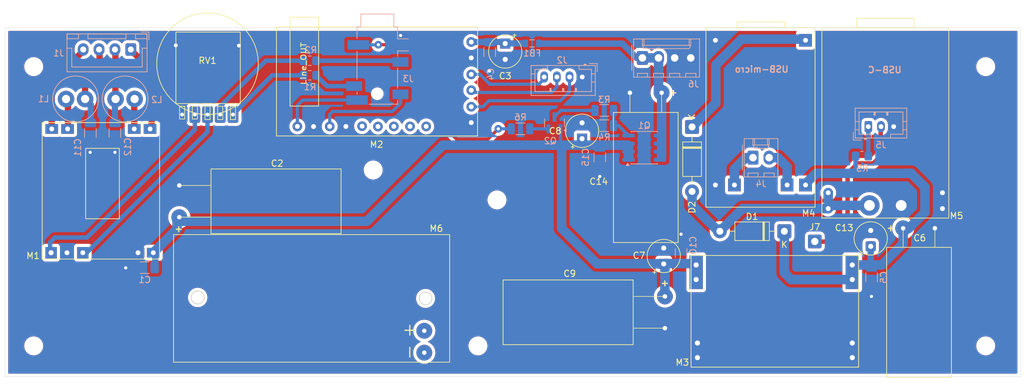
<source format=kicad_pcb>
(kicad_pcb (version 20241229) (generator "pcbnew") (generator_version "9.0")
  (layers (0 "F.Cu" signal) (2 "B.Cu" signal) (13 "F.Paste" user) (15 "B.Paste" user) (5 "F.SilkS" user "F.Silkscreen") (7 "B.SilkS" user "B.Silkscreen") (1 "F.Mask" user) (3 "B.Mask" user) (25 "Edge.Cuts" user))
  (net 0 "")
  (net 1 "+5V")
  (net 2 "GND")
  (net 3 "Net-(J1-Pin_1)")
  (net 4 "+USB_C")
  (net 5 "Net-(J1-Pin_2)")
  (net 6 "Net-(J1-Pin_3)")
  (net 7 "Net-(J2-Pin_3)")
  (net 8 "Net-(J2-Pin_4)")
  (net 9 "Net-(J2-Pin_2)")
  (net 10 "Net-(J4-Pin_2)")
  (net 11 "Net-(J4-Pin_1)")
  (net 12 "Net-(M1-R_in)")
  (net 13 "Net-(M1-L_in)")
  (net 14 "Net-(M2-Lout)")
  (net 18 "Net-(M2-Rout)")
  (net 21 "BATT+CHARGER")
  (net 22 "+5VA")
  (net 23 "Net-(Q1-G)")
  (net 24 "Net-(M1-L_OUT+)")
  (net 25 "Net-(M1-R_OUT+)")
  (net 26 "Net-(J3-PadT1)")
  (net 27 "Net-(J3-PadS1)")
  (net 28 "Net-(J1-Pin_4)")
  (net 29 "/ENABLE")
  (net 30 "/BAT_OUT+")
  (net 31 "Net-(RV1-L_input)")
  (net 32 "Net-(RV1-R_input)")
  (net 33 "Net-(J5-Pin_1)")
  (net 34 "Net-(M2-Vin)")
  (net 35 "Net-(J3-PadG)")
  (net 36 "Net-(Q2-B)")
  (net 37 "Net-(Q2-C)")
  (footprint "Moduły:TC4056A_Mosfet" (layer "F.Cu") (at 194.5125 89.15)
    (property "Reference" "M4" (at 7.5875 15.95 0) (layer "F.SilkS"))
    (property "Value" "~")
    (fp_text user "USB-micro" (at 0.1875 -6.15 0) (layer "B.SilkS") (effects (font (thickness 0.2) (bold yes)) (justify bottom mirror)))
    (pad "1" thru_hole rect (at -7.1 -11.3) (size 2 2) (drill 0.762) (layers "*.Cu" "*.Mask") (net 2 "GND"))
    (pad "2" thru_hole rect (at 7.1 -11.3) (size 2 2) (drill 0.762) (layers "*.Cu" "*.Mask") (net 21 "BATT+CHARGER"))
    (pad "3" thru_hole rect (at -7.1 11.5) (size 2 2) (drill 0.762) (layers "*.Cu" "*.Mask") (net 2 "GND"))
    (pad "4" thru_hole rect (at -4.1 11.5) (size 2 2) (drill 0.762) (layers "*.Cu" "*.Mask") (net 11 "Net-(J4-Pin_1)"))
    (pad "5" thru_hole rect (at 4.2 11.5) (size 2 2) (drill 0.762) (layers "*.Cu" "*.Mask") (net 10 "Net-(J4-Pin_2)"))
    (pad "6" thru_hole rect (at 7.1 11.5) (size 2 2) (drill 0.762) (layers "*.Cu" "*.Mask") (net 30 "/BAT_OUT+"))
  )
  (footprint "Moduły:Wskaznik_LED_1S_Lipo" (layer "F.Cu") (at 125.1425 118.37 -90)
    (property "Reference" "M6" (at -10.87 -18.2975 0) (layer "F.SilkS"))
    (property "Value" "~")
    (fp_circle (center 0 19.3) (end 1 19.55) (stroke (width 0.12)) (fill no) (layer "Edge.Cuts"))
    (fp_circle (center 0.15 -16.6) (end 1.15 -16.55) (stroke (width 0.12)) (fill no) (layer "Edge.Cuts"))
    (fp_text user "-" (at 7.25 -13.1 270) (layer "F.SilkS") (effects (font (size 2 2) (thickness 0.2) (bold yes)) (justify left bottom)))
    (fp_text user "+" (at 3.8 -13.1 270) (layer "F.SilkS") (effects (font (size 2 2) (thickness 0.2) (bold yes)) (justify left bottom)))
    (pad "1" thru_hole circle (at 5.25 -16.4 270) (size 2.5 2.5) (drill 0.7) (layers "*.Cu" "*.Mask") (net 10 "Net-(J4-Pin_2)"))
    (pad "2" thru_hole circle (at 8.7 -16.4 270) (size 2.5 2.5) (drill 0.7) (layers "*.Cu" "*.Mask") (net 11 "Net-(J4-Pin_1)"))
  )
  (footprint "Moduły:PAM8403_Audio_2x3W_" (layer "F.Cu") (at 90.7425 100.97)
    (property "Reference" "M1" (at -10.8425 10.83 0) (layer "F.SilkS"))
    (property "Value" "~")
    (pad "1" thru_hole rect (at -8 10.35) (size 1.8 1.8) (drill 0.8) (layers "*.Cu" "*.Mask") (net 13 "Net-(M1-L_in)"))
    (pad "2" thru_hole rect (at -5.5 10.35) (size 1.8 1.8) (drill 0.762) (layers "*.Cu" "*.Mask") (net 2 "GND"))
    (pad "3" thru_hole rect (at -3 10.35) (size 1.8 1.8) (drill 0.762) (layers "*.Cu" "*.Mask") (net 12 "Net-(M1-R_in)"))
    (pad "4" thru_hole rect (at 8.1 10.35) (size 2 1.524) (drill 0.762) (layers "*.Cu" "*.Mask") (net 1 "+5V"))
    (pad "5" thru_hole rect (at 5.7 10.35) (size 2 1.524) (drill 0.762) (layers "*.Cu" "*.Mask") (net 2 "GND"))
    (pad "6" thru_hole rect (at -7.9 -9.15) (size 2 1.524) (drill 0.762) (layers "*.Cu" "*.Mask") (net 28 "Net-(J1-Pin_4)"))
    (pad "7" thru_hole rect (at -5.4 -9.15) (size 2 1.524) (drill 0.762) (layers "*.Cu" "*.Mask") (net 24 "Net-(M1-L_OUT+)"))
    (pad "8" thru_hole rect (at 5.1 -9.15) (size 2 1.524) (drill 0.762) (layers "*.Cu" "*.Mask") (net 25 "Net-(M1-R_OUT+)"))
    (pad "9" thru_hole rect (at 7.6 -9.15) (size 2 1.524) (drill 0.762) (layers "*.Cu" "*.Mask") (net 3 "Net-(J1-Pin_1)"))
  )
  (footprint "MountingHole:MountingHole_2.5mm" (layer "F.Cu") (at 133.49138 98.286205)
    (property "Reference" "H4" (hide yes))
    (property "Value" "MountingHole" (hide yes))
    (pad "" np_thru_hole circle (at 0 0) (size 2.5 2.5) (drill 2.5) (layers "*.Cu" "*.Mask"))
  )
  (footprint "Kondensatory_elektrolityczne:2200u_6.3V" (layer "F.Cu") (at 176.4425 100.02 180)
    (property "Reference" "C14" (at 7.4225 -0.08 0) (layer "F.SilkS"))
    (property "Value" "2200u/6.3V")
    (fp_text user "+" (at -5.1 14.4 180) (layer "F.SilkS") (effects (font (thickness 0.2) (bold yes)) (justify left bottom)))
    (pad "1" thru_hole circle (at -2.5 13.9 180) (size 2.5 2.5) (drill 0.7) (layers "*.Cu" "*.Mask") (net 22 "+5VA"))
    (pad "2" thru_hole circle (at 2.5 13.9 180) (size 2.5 2.5) (drill 0.7) (layers "*.Cu" "*.Mask") (net 2 "GND"))
  )
  (footprint "MountingHole:MountingHole_2.5mm" (layer "F.Cu") (at 80 126)
    (property "Reference" "H1" (hide yes))
    (property "Value" "MountingHole" (hide yes))
    (pad "" np_thru_hole circle (at 0 0) (size 2.5 2.5) (drill 2.5) (layers "*.Cu" "*.Mask"))
  )
  (footprint "Kondensatory_elektrolityczne:2200u_6.3V" (layer "F.Cu") (at 118.7375 103.22 -90)
    (property "Reference" "C2" (at -5.97 0.375 0) (layer "F.SilkS"))
    (property "Value" "2200u/6.3V")
    (fp_text user "+" (at 3.65 16.4 270) (layer "F.SilkS") (effects (font (thickness 0.2) (bold yes)) (justify left bottom)))
    (pad "1" thru_hole circle (at 2.5 15.8 270) (size 2.5 2.5) (drill 0.7) (layers "*.Cu" "*.Mask") (net 1 "+5V"))
    (pad "2" thru_hole circle (at -2.5 15.8 270) (size 2.5 2.5) (drill 0.7) (layers "*.Cu" "*.Mask") (net 2 "GND"))
  )
  (footprint "MountingHole:MountingHole_2.5mm" (layer "F.Cu") (at 150 126)
    (property "Reference" "H7" (hide yes))
    (property "Value" "MountingHole" (hide yes))
    (pad "" np_thru_hole circle (at 0 0) (size 2.5 2.5) (drill 2.5) (layers "*.Cu" "*.Mask"))
  )
  (footprint "Moduły:USB_C_PD_QC_Power_SupplyUSB_C_PS" (layer "F.Cu") (at 214.1825 90.87)
    (property "Reference" "M5" (at 11.2175 14.63 0) (layer "F.SilkS"))
    (property "Value" "~")
    (fp_text user "USB-C" (at -0.0825 -7.77 0) (layer "B.SilkS") (effects (font (thickness 0.2) (bold yes)) (justify bottom mirror)))
    (pad "1" thru_hole circle (at -9 11) (size 1.524 1.524) (drill 0.762) (layers "*.Cu" "*.Mask") (net 4 "+USB_C"))
    (pad "1" thru_hole circle (at -9 13.5) (size 1.524 1.524) (drill 0.762) (layers "*.Cu" "*.Mask") (net 4 "+USB_C"))
    (pad "1" thru_hole circle (at -2.5 13) (size 3.2 3.2) (drill 1.7) (layers "*.Cu" "*.Mask") (net 4 "+USB_C"))
    (pad "2" thru_hole circle (at 2.5 13) (size 3.2 3.2) (drill 1.7) (layers "*.Cu" "*.Mask") (net 2 "GND"))
    (pad "2" thru_hole circle (at 9 11) (size 1.524 1.524) (drill 0.762) (layers "*.Cu" "*.Mask") (net 2 "GND"))
    (pad "2" thru_hole circle (at 9 13.5) (size 1.524 1.524) (drill 0.762) (layers "*.Cu" "*.Mask") (net 2 "GND"))
  )
  (footprint "MountingHole:MountingHole_2.5mm" (layer "F.Cu") (at 153 103)
    (property "Reference" "H6" (hide yes))
    (property "Value" "MountingHole")
    (pad "" np_thru_hole circle (at 0 0) (size 2.5 2.5) (drill 2.5) (layers "*.Cu" "*.Mask"))
  )
  (footprint "Capacitor_THT:CP_Radial_Tantal_D5.0mm_P2.50mm" (layer "F.Cu") (at 154.2925 78.364888 -90)
    (property "Reference" "C3" (at 5.115112 -0.01 0) (layer "F.SilkS"))
    (property "Value" "33u/6.3V")
    (pad "1" thru_hole rect (at 0 0 270) (size 1.6 1.6) (drill 0.8) (layers "*.Cu" "*.Mask") (net 34 "Net-(M2-Vin)"))
    (pad "2" thru_hole circle (at 2.5 0 270) (size 1.6 1.6) (drill 0.8) (layers "*.Cu" "*.Mask") (net 2 "GND"))
  )
  (footprint "Kondensatory_elektrolityczne:2200u_6.3V" (layer "F.Cu") (at 219.4925 121.27 180)
    (property "Reference" "C6" (at -0.1075 12.27 0) (layer "F.SilkS"))
    (property "Value" "2200u/6.3V")
    (pad "1" thru_hole circle (at 2.5 13.8 180) (size 2.5 2.5) (drill 0.7) (layers "*.Cu" "*.Mask") (net 30 "/BAT_OUT+"))
    (pad "2" thru_hole circle (at -2.5 13.8 180) (size 2.5 2.5) (drill 0.7) (layers "*.Cu" "*.Mask") (net 2 "GND"))
  )
  (footprint "Diode_THT:D_DO-41_SOD81_P10.16mm_Horizontal" (layer "F.Cu") (at 198.27 107.94 180)
    (property "Reference" "D1" (at 5.08 2.3 180) (layer "F.SilkS"))
    (property "Value" "1N4001")
    (fp_text user "K" (at 0 -2.1 180) (layer "F.SilkS"))
    (pad "1" thru_hole roundrect (at 0 0 180) (size 2.2 2.2) (drill 1.1) (layers "*.Cu" "*.Mask") (roundrect_rratio 0.113636) (net 30 "/BAT_OUT+"))
    (pad "2" thru_hole circle (at 10.16 0 180) (size 2.2 2.2) (drill 1.1) (layers "*.Cu" "*.Mask") (net 4 "+USB_C"))
  )
  (footprint "MountingHole:MountingHole_2.5mm" (layer "F.Cu") (at 80 82)
    (property "Reference" "H2" (hide yes))
    (property "Value" "MountingHole" (hide yes))
    (pad "" np_thru_hole circle (at 0 0) (size 2.5 2.5) (drill 2.5) (layers "*.Cu" "*.Mask"))
  )
  (footprint "MountingHole:MountingHole_2.5mm" (layer "F.Cu") (at 230 82)
    (property "Reference" "H5" (hide yes))
    (property "Value" "MountingHole" (hide yes))
    (pad "" np_thru_hole circle (at 0 0) (size 2.5 2.5) (drill 2.5) (layers "*.Cu" "*.Mask"))
  )
  (footprint "Connector_Wire:SolderWire-0.5sqmm_1x01_D0.9mm_OD2.1mm" (layer "F.Cu") (at 203.07 109.55)
    (property "Reference" "J7" (at 0 -2.28 0) (layer "F.SilkS"))
    (property "Value" "Conn_01x01")
    (pad "1" thru_hole roundrect (at 0 0) (size 2.15 2.15) (drill 1.15) (layers "*.Cu" "*.Mask") (roundrect_rratio 0.116279) (net 29 "/ENABLE"))
  )
  (footprint "Capacitor_THT:CP_Radial_Tantal_D5.0mm_P2.50mm" (layer "F.Cu") (at 179.27 113.085113 90)
    (property "Reference" "C7" (at 1.32 -3.89 180) (layer "F.SilkS"))
    (property "Value" "33u/6.3V")
    (pad "1" thru_hole rect (at 0 0 90) (size 1.6 1.6) (drill 0.8) (layers "*.Cu" "*.Mask") (net 1 "+5V"))
    (pad "2" thru_hole circle (at 2.5 0 90) (size 1.6 1.6) (drill 0.8) (layers "*.Cu" "*.Mask") (net 2 "GND"))
  )
  (footprint "Moduły:TPS63020_module" (layer "F.Cu") (at 196.8775 121.65 180)
    (property "Reference" "M3" (at 14.6775 -6.95 0) (layer "F.SilkS"))
    (property "Value" "TPS63020")
    (pad "1" thru_hole rect (at -12.1 6.1) (size 2.1 3) (drill 0.8) (layers "*.Cu" "*.Mask") (net 30 "/BAT_OUT+"))
    (pad "1" thru_hole rect (at -12.1 8.4) (size 2.1 3) (drill 0.8) (layers "*.Cu" "*.Mask") (net 30 "/BAT_OUT+"))
    (pad "2" thru_hole rect (at -12.1 -6.2) (size 2.1 3) (drill 0.8) (layers "*.Cu" "*.Mask") (net 2 "GND"))
    (pad "2" thru_hole rect (at -12.1 -3.9) (size 2.1 3) (drill 0.8) (layers "*.Cu" "*.Mask") (net 2 "GND"))
    (pad "5" thru_hole rect (at 12.5 6.1) (size 2.1 3) (drill 0.8) (layers "*.Cu" "*.Mask") (net 1 "+5V"))
    (pad "5" thru_hole rect (at 12.5 8.4) (size 2.1 3) (drill 0.8) (layers "*.Cu" "*.Mask") (net 1 "+5V"))
    (pad "6" thru_hole rect (at 12.3 -6.2) (size 2.1 3) (drill 0.8) (layers "*.Cu" "*.Mask") (net 2 "GND"))
    (pad "6" thru_hole rect (at 12.3 -3.9) (size 2.1 3) (drill 0.8) (layers "*.Cu" "*.Mask") (net 2 "GND"))
  )
  (footprint "Capacitor_THT:CP_Radial_Tantal_D5.0mm_P2.50mm" (layer "F.Cu") (at 166.4 93.355113 90)
    (property "Reference" "C8" (at 1.215113 -4.22 180) (layer "F.SilkS"))
    (property "Value" "33u/6.3V")
    (pad "1" thru_hole rect (at 0 0 90) (size 1.6 1.6) (drill 0.8) (layers "*.Cu" "*.Mask") (net 1 "+5V"))
    (pad "2" thru_hole circle (at 2.5 0 90) (size 1.6 1.6) (drill 0.8) (layers "*.Cu" "*.Mask") (net 2 "GND"))
  )
  (footprint "Kondensatory_elektrolityczne:2200u_6.3V" (layer "F.Cu") (at 163.6575 120.71 90)
    (property "Reference" "C9" (at 6.1 0.795 0) (layer "F.SilkS"))
    (property "Value" "2200u/6.3V")
    (fp_text user "+" (at 3.8 16.3 90) (layer "F.SilkS") (effects (font (thickness 0.2) (bold yes)) (justify left bottom)))
    (pad "1" thru_hole circle (at 2.5 15.8 90) (size 2.5 2.5) (drill 0.7) (layers "*.Cu" "*.Mask") (net 1 "+5V"))
    (pad "2" thru_hole circle (at -2.5 15.8 90) (size 2.5 2.5) (drill 0.7) (layers "*.Cu" "*.Mask") (net 2 "GND"))
  )
  (footprint "Moduły:DAC_PCM5102DAC_PCM5102" (layer "F.Cu") (at 133.8925 83.82 90)
    (property "Reference" "M2" (at -10.45 0.13 0) (layer "F.SilkS"))
    (property "Value" "~")
    (fp_text user "Line_OUT" (at 2.3 -10.9 90) (layer "F.SilkS") (effects (font (size 0.8 1)) (justify bottom)))
    (pad "1" thru_hole circle (at -7.6 7.95 90) (size 1.524 1.524) (drill 0.762) (layers "*.Cu" "*.Mask"))
    (pad "2" thru_hole circle (at -7.6 5.4 90) (size 1.524 1.524) (drill 0.762) (layers "*.Cu" "*.Mask"))
    (pad "3" thru_hole circle (at -7.6 2.85 90) (size 1.524 1.524) (drill 0.762) (layers "*.Cu" "*.Mask"))
    (pad "4" thru_hole circle (at -7.62 0.35 90) (size 1.524 1.524) (drill 0.762) (layers "*.Cu" "*.Mask"))
    (pad "5" thru_hole circle (at -7.56 -2.15 90) (size 1.524 1.524) (drill 0.762) (layers "*.Cu" "*.Mask"))
    (pad "6" thru_hole circle (at -7.61 -4.7 90) (size 1.524 1.524) (drill 0.762) (layers "*.Cu" "*.Mask") (net 2 "GND"))
    (pad "7" thru_hole circle (at -7.6 -7.25 90) (size 1.524 1.524) (drill 0.762) (layers "*.Cu" "*.Mask") (net 18 "Net-(M2-Rout)"))
    (pad "8" thru_hole circle (at -7.62 -9.8 90) (size 1.524 1.524) (drill 0.762) (layers "*.Cu" "*.Mask") (net 2 "GND"))
    (pad "9" thru_hole circle (at -7.6 -12.35 90) (size 1.524 1.524) (drill 0.762) (layers "*.Cu" "*.Mask") (net 14 "Net-(M2-Lout)"))
    (pad "10" thru_hole circle (at -7 15.05 90) (size 1.524 1.524) (drill 0.762) (layers "*.Cu" "*.Mask") (net 2 "GND"))
    (pad "11" thru_hole circle (at -4.5 15.05 90) (size 1.524 1.524) (drill 0.762) (layers "*.Cu" "*.Mask") (net 9 "Net-(J2-Pin_2)"))
    (pad "12" thru_hole circle (at -1.9 15.05 90) (size 1.524 1.524) (drill 0.762) (layers "*.Cu" "*.Mask") (net 7 "Net-(J2-Pin_3)"))
    (pad "13" thru_hole circle (at 0.6 15.05 90) (size 1.524 1.524) (drill 0.762) (layers "*.Cu" "*.Mask") (net 8 "Net-(J2-Pin_4)"))
    (pad "14" thru_hole circle (at 3.2 15.05 90) (size 1.524 1.524) (drill 0.762) (layers "*.Cu" "*.Mask") (net 2 "GND"))
    (pad "15" thru_hole circle (at 5.7 15.05 90) (size 1.524 1.524) (drill 0.762) (layers "*.Cu" "*.Mask") (net 34 "Net-(M2-Vin)"))
  )
  (footprint "MountingHole:MountingHole_2.5mm" (layer "F.Cu") (at 230 126)
    (property "Reference" "H3" (hide yes))
    (property "Value" "MountingHole" (hide yes))
    (pad "" np_thru_hole circle (at 0 0) (size 2.5 2.5) (drill 2.5) (layers "*.Cu" "*.Mask"))
  )
  (footprint "Potencjometr_THT:Potencjometr_podwójny_thumbwheel.mp3" (layer "F.Cu") (at 107.3925 81.55)
    (property "Reference" "RV1" (at 0 -0.5 0) (layer "F.SilkS"))
    (property "Value" "2x10k")
    (pad "1" thru_hole roundrect (at -4 8) (size 1.7 2.6) (drill 0.6) (layers "*.Cu" "*.Mask") (roundrect_rratio 0.1666666667) (net 2 "GND"))
    (pad "2" thru_hole roundrect (at -2 8) (size 1.7 2.6) (drill 0.6) (layers "*.Cu" "*.Mask") (roundrect_rratio 0.1666666667) (net 13 "Net-(M1-L_in)"))
    (pad "3" thru_hole roundrect (at 0 8) (size 1.7 2.6) (drill 0.6) (layers "*.Cu" "*.Mask") (roundrect_rratio 0.1666666667) (net 12 "Net-(M1-R_in)"))
    (pad "4" thru_hole roundrect (at 2 8) (size 1.7 2.6) (drill 0.6) (layers "*.Cu" "*.Mask") (roundrect_rratio 0.1666666667) (net 32 "Net-(RV1-R_input)"))
    (pad "5" thru_hole roundrect (at 4 8) (size 1.7 2.6) (drill 0.6) (layers "*.Cu" "*.Mask") (roundrect_rratio 0.1666666667) (net 31 "Net-(RV1-L_input)"))
    (pad "6" thru_hole circle (at -5 -2.9) (size 2.5 2.5) (drill 0.6) (layers "*.Cu" "*.Mask") (net 2 "GND"))
    (pad "6" thru_hole circle (at 4.94 -2.86) (size 2.5 2.5) (drill 0.6) (layers "*.Cu" "*.Mask") (net 2 "GND"))
  )
  (footprint "Diode_THT:D_DO-41_SOD81_P10.16mm_Horizontal" (layer "F.Cu") (at 183.7325 91.5 -90)
    (property "Reference" "D2" (at 12.66 0.0025 90) (layer "F.SilkS"))
    (property "Value" "1N4001")
    (fp_text user "K" (at -1.6 0.0325 90) (layer "F.SilkS"))
    (pad "1" thru_hole roundrect (at 0 0 270) (size 2.2 2.2) (drill 1.1) (layers "*.Cu" "*.Mask") (roundrect_rratio 0.113636) (net 21 "BATT+CHARGER"))
    (pad "2" thru_hole circle (at 10.16 0 270) (size 2.2 2.2) (drill 1.1) (layers "*.Cu" "*.Mask") (net 4 "+USB_C"))
  )
  (footprint "Capacitor_THT:CP_Radial_Tantal_D5.0mm_P2.50mm" (layer "F.Cu") (at 211.88 110.315113 90)
    (property "Reference" "C13" (at 2.915113 -4.18 180) (layer "F.SilkS"))
    (property "Value" "33u/6.3V")
    (pad "1" thru_hole roundrect (at 0 0 90) (size 1.6 1.6) (drill 0.8) (layers "*.Cu" "*.Mask") (roundrect_rratio 0.15625) (net 30 "/BAT_OUT+"))
    (pad "2" thru_hole circle (at 2.5 0 90) (size 1.6 1.6) (drill 0.8) (layers "*.Cu" "*.Mask") (net 2 "GND"))
  )
  (footprint "Capacitor_SMD:C_1206_3216Metric_Pad1.33x1.80mm_HandSolder" (layer "B.Cu") (at 97.4925 113.67 180)
    (property "Reference" "C1" (at 0 -1.92 0) (layer "B.SilkS") (effects (justify mirror)))
    (property "Value" "0.1u")
    (pad "1" smd roundrect (at -1.5625 0 180) (size 1.325 1.8) (layers "B.Cu" "B.Mask" "B.Paste") (roundrect_rratio 0.188679) (net 1 "+5V"))
    (pad "2" smd roundrect (at 1.5625 0 180) (size 1.325 1.8) (layers "B.Cu" "B.Mask" "B.Paste") (roundrect_rratio 0.188679) (net 2 "GND"))
  )
  (footprint "Inductor_THT:L_Radial_D7.0mm_P3.00mm" (layer "B.Cu") (at 85.1 87.1)
    (property "Reference" "L1" (at -3.5525 -0.02 180) (layer "B.SilkS") (effects (justify mirror)))
    (property "Value" "33u")
    (pad "1" thru_hole circle (at 0 0) (size 2.6 2.6) (drill 1.3) (layers "*.Cu" "*.Mask") (net 24 "Net-(M1-L_OUT+)"))
    (pad "2" thru_hole circle (at 3 0) (size 2.6 2.6) (drill 1.3) (layers "*.Cu" "*.Mask") (net 6 "Net-(J1-Pin_3)"))
  )
  (footprint "Tranzystor_SMD:BC556R" (layer "B.Cu") (at 162.05 90.8625 90)
    (property "Reference" "Q2" (at -2.8375 -0.65 180) (layer "B.SilkS") (effects (justify mirror)))
    (property "Value" "BC858")
    (pad "1" smd roundrect (at -0.9375 -0.95 90) (size 1.475 0.6) (layers "B.Cu" "B.Mask" "B.Paste") (net 36 "Net-(Q2-B)"))
    (pad "2" smd roundrect (at -0.9375 0.95 90) (size 1.475 0.6) (layers "B.Cu" "B.Mask" "B.Paste") (net 1 "+5V"))
    (pad "3" smd roundrect (at 0.9375 0 90) (size 1.475 0.6) (layers "B.Cu" "B.Mask" "B.Paste") (net 37 "Net-(Q2-C)"))
  )
  (footprint "Capacitor_SMD:C_1206_3216Metric_Pad1.33x1.80mm_HandSolder" (layer "B.Cu") (at 88.94 92.44 90)
    (property "Reference" "C11" (at -2.34 -2 90) (layer "B.SilkS") (effects (justify mirror)))
    (property "Value" "1u")
    (pad "1" smd roundrect (at -1.5625 0 90) (size 1.325 1.8) (layers "B.Cu" "B.Mask" "B.Paste") (roundrect_rratio 0.188679) (net 2 "GND"))
    (pad "2" smd roundrect (at 1.5625 0 90) (size 1.325 1.8) (layers "B.Cu" "B.Mask" "B.Paste") (roundrect_rratio 0.188679) (net 6 "Net-(J1-Pin_3)"))
  )
  (footprint "Capacitor_SMD:C_1206_3216Metric_Pad1.33x1.80mm_HandSolder" (layer "B.Cu") (at 92.8 92.4375 -90)
    (property "Reference" "C12" (at 2.2125 -2.02 90) (layer "B.SilkS") (effects (justify mirror)))
    (property "Value" "1u")
    (pad "1" smd roundrect (at -1.5625 0 270) (size 1.325 1.8) (layers "B.Cu" "B.Mask" "B.Paste") (roundrect_rratio 0.188679) (net 5 "Net-(J1-Pin_2)"))
    (pad "2" smd roundrect (at 1.5625 0 270) (size 1.325 1.8) (layers "B.Cu" "B.Mask" "B.Paste") (roundrect_rratio 0.188679) (net 2 "GND"))
  )
  (footprint "Connector_JST:JST_PH_B4B-PH-K_1x04_P2.00mm_Vertical" (layer "B.Cu") (at 166.43 83.63 180)
    (property "Reference" "J2" (at 3.17 2.64 0) (layer "B.SilkS") (effects (justify mirror)))
    (property "Value" "Conn_01x04")
    (pad "1" thru_hole roundrect (at 0 0 180) (size 1.2 1.75) (drill 0.75) (layers "*.Cu" "*.Mask") (roundrect_rratio 0.208333) (net 2 "GND"))
    (pad "2" thru_hole oval (at 2 0 180) (size 1.2 1.75) (drill 0.75) (layers "*.Cu" "*.Mask") (net 9 "Net-(J2-Pin_2)"))
    (pad "3" thru_hole oval (at 4 0 180) (size 1.2 1.75) (drill 0.75) (layers "*.Cu" "*.Mask") (net 7 "Net-(J2-Pin_3)"))
    (pad "4" thru_hole oval (at 6 0 180) (size 1.2 1.75) (drill 0.75) (layers "*.Cu" "*.Mask") (net 8 "Net-(J2-Pin_4)"))
  )
  (footprint "Resistor_SMD:R_1206_3216Metric" (layer "B.Cu") (at 156.7 91.8 180)
    (property "Reference" "R6" (at 0 1.83 0) (layer "B.SilkS") (effects (justify mirror)))
    (property "Value" "4k7")
    (pad "1" smd roundrect (at -1.4625 0 180) (size 1.125 1.75) (layers "B.Cu" "B.Mask" "B.Paste") (roundrect_rratio 0.222222) (net 36 "Net-(Q2-B)"))
    (pad "2" smd roundrect (at 1.4625 0 180) (size 1.125 1.75) (layers "B.Cu" "B.Mask" "B.Paste") (roundrect_rratio 0.222222) (net 35 "Net-(J3-PadG)"))
  )
  (footprint "Connector_Molex:Molex_KK-254_AE-6410-04A_1x04_P2.54mm_Vertical" (layer "B.Cu") (at 175.91 80.63)
    (property "Reference" "J6" (at 8.0575 4.12 180) (layer "B.SilkS") (effects (justify mirror)))
    (property "Value" "Conn_01x04")
    (pad "1" thru_hole roundrect (at 0 0) (size 1.74 2.19) (drill 1.19) (layers "*.Cu" "*.Mask") (roundrect_rratio 0.143678) (net 22 "+5VA"))
    (pad "2" thru_hole oval (at 2.54 0) (size 1.74 2.19) (drill 1.19) (layers "*.Cu" "*.Mask") (net 22 "+5VA"))
    (pad "3" thru_hole oval (at 5.08 0) (size 1.74 2.19) (drill 1.19) (layers "*.Cu" "*.Mask") (net 2 "GND"))
    (pad "4" thru_hole oval (at 7.62 0) (size 1.74 2.19) (drill 1.19) (layers "*.Cu" "*.Mask") (net 2 "GND"))
  )
  (footprint "Resistor_SMD:R_0805_2012Metric_Pad1.20x1.40mm_HandSolder" (layer "B.Cu") (at 210.5 96.1)
    (property "Reference" "R5" (at 0.06 1.94 0) (layer "B.SilkS") (effects (justify mirror)))
    (property "Value" "10k")
    (pad "1" smd roundrect (at -1 0) (size 1.2 1.4) (layers "B.Cu" "B.Mask" "B.Paste") (roundrect_rratio 0.208333) (net 30 "/BAT_OUT+"))
    (pad "2" smd roundrect (at 1 0) (size 1.2 1.4) (layers "B.Cu" "B.Mask" "B.Paste") (roundrect_rratio 0.208333) (net 33 "Net-(J5-Pin_1)"))
  )
  (footprint "Connector_JST:JST_XH_B4B-XH-A_1x04_P2.50mm_Vertical" (layer "B.Cu") (at 95.3 79.3 180)
    (property "Reference" "J1" (at 11.38 -0.58 0) (layer "B.SilkS") (effects (justify mirror)))
    (property "Value" "Conn_01x04")
    (pad "1" thru_hole roundrect (at 0 0 180) (size 1.7 1.95) (drill 0.95) (layers "*.Cu" "*.Mask") (roundrect_rratio 0.147059) (net 3 "Net-(J1-Pin_1)"))
    (pad "2" thru_hole oval (at 2.5 0 180) (size 1.7 1.95) (drill 0.95) (layers "*.Cu" "*.Mask") (net 5 "Net-(J1-Pin_2)"))
    (pad "3" thru_hole oval (at 5 0 180) (size 1.7 1.95) (drill 0.95) (layers "*.Cu" "*.Mask") (net 6 "Net-(J1-Pin_3)"))
    (pad "4" thru_hole oval (at 7.5 0 180) (size 1.7 1.95) (drill 0.95) (layers "*.Cu" "*.Mask") (net 28 "Net-(J1-Pin_4)"))
  )
  (footprint "Capacitor_SMD:C_1206_3216Metric_Pad1.33x1.80mm_HandSolder" (layer "B.Cu") (at 151.8425 79.72 -90)
    (property "Reference" "C4" (at 3.48 -0.1575 270) (layer "B.SilkS") (effects (justify mirror)))
    (property "Value" "0.1u")
    (pad "1" smd roundrect (at -1.5625 0 270) (size 1.325 1.8) (layers "B.Cu" "B.Mask" "B.Paste") (roundrect_rratio 0.188679) (net 34 "Net-(M2-Vin)"))
    (pad "2" smd roundrect (at 1.5625 0 270) (size 1.325 1.8) (layers "B.Cu" "B.Mask" "B.Paste") (roundrect_rratio 0.188679) (net 2 "GND"))
  )
  (footprint "Resistor_SMD:R_0805_2012Metric_Pad1.20x1.40mm_HandSolder" (layer "B.Cu") (at 123.4925 83.37)
    (property "Reference" "R1" (at 0.0475 1.83 0) (layer "B.SilkS") (effects (justify mirror)))
    (property "Value" "10k")
    (pad "1" smd roundrect (at -1 0) (size 1.2 1.4) (layers "B.Cu" "B.Mask" "B.Paste") (roundrect_rratio 0.208333) (net 31 "Net-(RV1-L_input)"))
    (pad "2" smd roundrect (at 1 0) (size 1.2 1.4) (layers "B.Cu" "B.Mask" "B.Paste") (roundrect_rratio 0.208333) (net 26 "Net-(J3-PadT1)"))
  )
  (footprint "Inductor_SMD:L_0805_2012Metric" (layer "B.Cu") (at 158.53 78.34)
    (property "Reference" "FB1" (at 0 1.55 0) (layer "B.SilkS") (effects (justify mirror)))
    (property "Value" "BLM21HE472SH1")
    (pad "1" smd roundrect (at -1.0625 0) (size 0.875 1.2) (layers "B.Cu" "B.Mask" "B.Paste") (net 34 "Net-(M2-Vin)"))
    (pad "2" smd roundrect (at 1.0625 0) (size 0.875 1.2) (layers "B.Cu" "B.Mask" "B.Paste") (net 22 "+5VA"))
  )
  (footprint "Resistor_SMD:R_0805_2012Metric_Pad1.20x1.40mm_HandSolder" (layer "B.Cu") (at 123.4925 81.07)
    (property "Reference" "R2" (at 0.1675 -1.68 0) (layer "B.SilkS") (effects (justify mirror)))
    (property "Value" "10k")
    (pad "1" smd roundrect (at -1 0) (size 1.2 1.4) (layers "B.Cu" "B.Mask" "B.Paste") (roundrect_rratio 0.208333) (net 32 "Net-(RV1-R_input)"))
    (pad "2" smd roundrect (at 1 0) (size 1.2 1.4) (layers "B.Cu" "B.Mask" "B.Paste") (roundrect_rratio 0.208333) (net 27 "Net-(J3-PadS1)"))
  )
  (footprint "Resistor_SMD:R_1206_3216Metric" (layer "B.Cu") (at 169.9 91.3)
    (property "Reference" "R4" (at 0 1.83 0) (layer "B.SilkS") (effects (justify mirror)))
    (property "Value" "100k")
    (pad "1" smd roundrect (at -1.4625 0) (size 1.125 1.75) (layers "B.Cu" "B.Mask" "B.Paste") (roundrect_rratio 0.222222) (net 2 "GND"))
    (pad "2" smd roundrect (at 1.4625 0) (size 1.125 1.75) (layers "B.Cu" "B.Mask" "B.Paste") (roundrect_rratio 0.222222) (net 23 "Net-(Q1-G)"))
  )
  (footprint "Resistor_SMD:R_1206_3216Metric" (layer "B.Cu") (at 169.9 88.9)
    (property "Reference" "R3" (at 0 -1.7 180) (layer "B.SilkS") (effects (justify mirror)))
    (property "Value" "10k")
    (pad "1" smd roundrect (at -1.4625 0) (size 1.125 1.75) (layers "B.Cu" "B.Mask" "B.Paste") (roundrect_rratio 0.222222) (net 37 "Net-(Q2-C)"))
    (pad "2" smd roundrect (at 1.4625 0) (size 1.125 1.75) (layers "B.Cu" "B.Mask" "B.Paste") (roundrect_rratio 0.222222) (net 23 "Net-(Q1-G)"))
  )
  (footprint "Capacitor_SMD:C_1206_3216Metric_Pad1.33x1.80mm_HandSolder" (layer "B.Cu") (at 169.2 96.3 -90)
    (property "Reference" "C15" (at -0.02 2.2475 90) (layer "B.SilkS") (effects (justify mirror)))
    (property "Value" "0.1u")
    (pad "1" smd roundrect (at -1.5625 0 270) (size 1.325 1.8) (layers "B.Cu" "B.Mask" "B.Paste") (roundrect_rratio 0.188679) (net 1 "+5V"))
    (pad "2" smd roundrect (at 1.5625 0 270) (size 1.325 1.8) (layers "B.Cu" "B.Mask" "B.Paste") (roundrect_rratio 0.188679) (net 2 "GND"))
  )
  (footprint "Inductor_THT:L_Radial_D7.0mm_P3.00mm" (layer "B.Cu") (at 95.9 87.1 180)
    (property "Reference" "L2" (at -3.4975 -0.11 0) (layer "B.SilkS") (effects (justify mirror)))
    (property "Value" "33u")
    (pad "1" thru_hole circle (at 0 0 180) (size 2.6 2.6) (drill 1.3) (layers "*.Cu" "*.Mask") (net 25 "Net-(M1-R_OUT+)"))
    (pad "2" thru_hole circle (at 3 0 180) (size 2.6 2.6) (drill 1.3) (layers "*.Cu" "*.Mask") (net 5 "Net-(J1-Pin_2)"))
  )
  (footprint "Connector_JST:JST_PH_B3B-PH-K_1x03_P2.00mm_Vertical" (layer "B.Cu") (at 211.5 91.45)
    (property "Reference" "J5" (at 2 2.9 0) (layer "B.SilkS") (effects (justify mirror)))
    (property "Value" "Conn_01x03")
    (pad "1" thru_hole roundrect (at 0 0) (size 1.2 1.75) (drill 0.75) (layers "*.Cu" "*.Mask") (roundrect_rratio 0.208333) (net 33 "Net-(J5-Pin_1)"))
    (pad "2" thru_hole oval (at 2 0) (size 1.2 1.75) (drill 0.75) (layers "*.Cu" "*.Mask") (net 29 "/ENABLE"))
    (pad "3" thru_hole oval (at 4 0) (size 1.2 1.75) (drill 0.75) (layers "*.Cu" "*.Mask") (net 2 "GND"))
  )
  (footprint "Capacitor_SMD:C_1206_3216Metric_Pad1.33x1.80mm_HandSolder" (layer "B.Cu") (at 212.02 115.2 -90)
    (property "Reference" "C5" (at 0 -1.92 90) (layer "B.SilkS") (effects (justify mirror)))
    (property "Value" "0.1u")
    (pad "1" smd roundrect (at -1.5625 0 270) (size 1.325 1.8) (layers "B.Cu" "B.Mask" "B.Paste") (roundrect_rratio 0.188679) (net 30 "/BAT_OUT+"))
    (pad "2" smd roundrect (at 1.5625 0 270) (size 1.325 1.8) (layers "B.Cu" "B.Mask" "B.Paste") (roundrect_rratio 0.188679) (net 2 "GND"))
  )
  (footprint "Connector_Molex:Molex_KK-254_AE-6410-02A_1x02_P2.54mm_Vertical" (layer "B.Cu") (at 193.3325 96.34)
    (property "Reference" "J4" (at 1.27 4.12 0) (layer "B.SilkS") (effects (justify mirror)))
    (property "Value" "Conn_01x02")
    (pad "1" thru_hole roundrect (at 0 0) (size 1.74 2.19) (drill 1.19) (layers "*.Cu" "*.Mask") (roundrect_rratio 0.143678) (net 11 "Net-(J4-Pin_1)"))
    (pad "2" thru_hole oval (at 2.54 0) (size 1.74 2.19) (drill 1.19) (layers "*.Cu" "*.Mask") (net 10 "Net-(J4-Pin_2)"))
  )
  (footprint "Package_SO:SOIC-8_3.9x4.9mm_P1.27mm" (layer "B.Cu") (at 176.1925 94.77)
    (property "Reference" "Q1" (at 0 -3.49 0) (layer "B.SilkS") (effects (justify mirror)))
    (property "Value" "IRF7404")
    (pad "1" smd roundrect (at -2.475 1.905) (size 1.95 0.6) (layers "B.Cu" "B.Mask" "B.Paste") (net 1 "+5V"))
    (pad "2" smd roundrect (at -2.475 0.635) (size 1.95 0.6) (layers "B.Cu" "B.Mask" "B.Paste") (net 1 "+5V"))
    (pad "3" smd roundrect (at -2.475 -0.635) (size 1.95 0.6) (layers "B.Cu" "B.Mask" "B.Paste") (net 1 "+5V"))
    (pad "4" smd roundrect (at -2.475 -1.905) (size 1.95 0.6) (layers "B.Cu" "B.Mask" "B.Paste") (net 23 "Net-(Q1-G)"))
    (pad "5" smd roundrect (at 2.475 -1.905) (size 1.95 0.6) (layers "B.Cu" "B.Mask" "B.Paste") (net 22 "+5VA"))
    (pad "6" smd roundrect (at 2.475 -0.635) (size 1.95 0.6) (layers "B.Cu" "B.Mask" "B.Paste") (net 22 "+5VA"))
    (pad "7" smd roundrect (at 2.475 0.635) (size 1.95 0.6) (layers "B.Cu" "B.Mask" "B.Paste") (net 22 "+5VA"))
    (pad "8" smd roundrect (at 2.475 1.905) (size 1.95 0.6) (layers "B.Cu" "B.Mask" "B.Paste") (net 22 "+5VA"))
  )
  (footprint "Gniazdo_jack:Jack_3.5mm_PJ31060-I_Horizontal" (layer "B.Cu") (at 134.1425 82.92 180)
    (property "Reference" "J3" (at -4.8675 -1 0) (layer "B.SilkS") (effects (justify mirror)))
    (property "Value" "AudioJack2_Dual_Ground_Switch")
    (pad "" np_thru_hole circle (at 0 -3.35 180) (size 1.5 1.5) (drill 1.5) (layers "*.Cu" "*.Mask"))
    (pad "G" smd rect (at 3 4.35 180) (size 3.4 1.5) (layers "B.Cu" "B.Mask" "B.Paste") (net 35 "Net-(J3-PadG)"))
    (pad "H" smd rect (at -3.65 4.35 180) (size 2.5 1.5) (layers "B.Cu" "B.Mask" "B.Paste") (net 2 "GND"))
    (pad "S1" smd rect (at -3.65 1.65 180) (size 2.5 1.5) (layers "B.Cu" "B.Mask" "B.Paste") (net 27 "Net-(J3-PadS1)"))
    (pad "SN1" smd rect (at -3.65 -3.45 180) (size 2.5 1.5) (layers "B.Cu" "B.Mask" "B.Paste") (net 18 "Net-(M2-Rout)"))
    (pad "T1" smd rect (at 3.65 -2.15 180) (size 2.5 1.5) (layers "B.Cu" "B.Mask" "B.Paste") (net 26 "Net-(J3-PadT1)"))
    (pad "TN1" smd rect (at 3.2 -4.35 180) (size 3.4 1.5) (layers "B.Cu" "B.Mask" "B.Paste") (net 14 "Net-(M2-Lout)"))
  )
  (footprint "Capacitor_SMD:C_1206_3216Metric_Pad1.33x1.80mm_HandSolder" (layer "B.Cu") (at 182 111.39 90)
    (property "Reference" "C10" (at 1.23 1.89 90) (layer "B.SilkS") (effects (justify mirror)))
    (property "Value" "0.1u")
    (pad "1" smd roundrect (at -1.5625 0 90) (size 1.325 1.8) (layers "B.Cu" "B.Mask" "B.Paste") (roundrect_rratio 0.188679) (net 1 "+5V"))
    (pad "2" smd roundrect (at 1.5625 0 90) (size 1.325 1.8) (layers "B.Cu" "B.Mask" "B.Paste") (roundrect_rratio 0.188679) (net 2 "GND"))
  )
  (gr_rect (start 75.4925 75.87) (end 235.4925 130.87) (stroke (width 0.05)) (fill no) (layer "Edge.Cuts"))
  (gr_text "+" (at 215.7925 106.97 180) (layer "F.SilkS") (effects (font (size 1 1) (thickness 0.2) (bold yes)) (justify left bottom)))
  (segment (start 173.7175 94.405) (end 173.7175 96.211129) (width 1.5) (layer "B.Cu") (net 1))
  (segment (start 102.5925 106.37) (end 132.4925 106.37) (width 1.5) (layer "B.Cu") (net 1))
  (segment (start 163.1825 107.4825) (end 163.1825 94.42) (width 1.5) (layer "B.Cu") (net 1))
  (segment (start 173.7175 94.69) (end 173.3975 94.37) (width 1.5) (layer "B.Cu") (net 1))
  (segment (start 99.155 113.87) (end 99.155 111.6325) (width 1) (layer "B.Cu") (net 1))
  (segment (start 179.4575 113.0925) (end 179.52 113.03) (width 1.5) (layer "B.Cu") (net 1))
  (segment (start 171.2475 94.135) (end 173.7175 94.135) (width 1) (layer "B.Cu") (net 1))
  (segment (start 173.7025 94.39) (end 173.7175 94.405) (width 1.5) (layer "B.Cu") (net 1))
  (segment (start 98.8425 111.32) (end 102.5925 107.57) (width 1.5) (layer "B.Cu") (net 1))
  (segment (start 102.5925 107.57) (end 102.5925 106.37) (width 1.5) (layer "B.Cu") (net 1))
  (segment (start 184.3775 113.03) (end 179.52 113.03) (width 1.5) (layer "B.Cu") (net 1))
  (segment (start 171.2125 94.17) (end 171.2475 94.135) (width 1) (layer "B.Cu") (net 1))
  (segment (start 99.155 111.6325) (end 98.8425 111.32) (width 1) (layer "B.Cu") (net 1))
  (segment (start 168.76 113.06) (end 163.1825 107.4825) (width 1.5) (layer "B.Cu") (net 1))
  (segment (start 163.1825 94.42) (end 163.1325 94.37) (width 1.5) (layer "B.Cu") (net 1))
  (segment (start 161.9 94.37) (end 157.2925 94.37) (width 1.5) (layer "B.Cu") (net 1))
  (segment (start 184.3775 115.55) (end 184.3775 113.03) (width 1.5) (layer "B.Cu") (net 1))
  (segment (start 171.2125 94.17) (end 168.6925 94.17) (width 1) (layer "B.Cu") (net 1))
  (segment (start 173.3975 94.37) (end 163.1325 94.37) (width 1.5) (layer "B.Cu") (net 1))
  (segment (start 179.27 113.085113) (end 179.244887 113.06) (width 1.5) (layer "B.Cu") (net 1))
  (segment (start 173.7175 96.211129) (end 173.736207 96.229836) (width 1.5) (layer "B.Cu") (net 1))
  (segment (start 163.1325 94.37) (end 161.9 94.37) (width 1.5) (layer "B.Cu") (net 1))
  (segment (start 132.4925 106.37) (end 144.4925 94.37) (width 1.5) (layer "B.Cu") (net 1))
  (segment (start 179.244887 113.06) (end 168.76 113.06) (width 1.5) (layer "B.Cu") (net 1))
  (segment (start 144.4925 94.37) (end 157.2925 94.37) (width 1.5) (layer "B.Cu") (net 1))
  (segment (start 179.4575 118.21) (end 179.4575 113.0925) (width 1.5) (layer "B.Cu") (net 1))
  (segment (start 163 91.60875) (end 163 94.19125) (width 0.5) (layer "B.Cu") (net 1))
  (via (at 92.8 95.5) (size 1.2) (drill 0.5) (layers "F.Cu" "B.Cu") (net 2))
  (via (at 137.8 77.1) (size 1.2) (drill 0.5) (layers "F.Cu" "B.Cu") (net 2))
  (via (at 151.8 82.7) (size 1.2) (drill 0.5) (layers "F.Cu" "B.Cu") (net 2))
  (via (at 169.2 99.3) (size 1.2) (drill 0.5) (layers "F.Cu" "B.Cu") (net 2))
  (via (at 94.5 113.7) (size 1.2) (drill 0.5) (layers "F.Cu" "B.Cu") (net 2))
  (via (at 88.9 95.5) (size 1.2) (drill 0.5) (layers "F.Cu" "B.Cu") (net 2))
  (via (at 182 108.4) (size 1.2) (drill 0.5) (layers "F.Cu" "B.Cu") (net 2))
  (via (at 212 118.2) (size 1.2) (drill 0.5) (layers "F.Cu" "B.Cu") (net 2))
  (segment (start 95.38 79.72) (end 95.66 79.72) (width 1) (layer "F.Cu") (net 3))
  (segment (start 95.66 79.72) (end 98.5925 82.6525) (width 1) (layer "F.Cu") (net 3))
  (segment (start 98.5925 91.57) (end 98.3425 91.82) (width 1) (layer "F.Cu") (net 3))
  (segment (start 98.5925 82.6525) (end 98.5925 91.57) (width 1) (layer "F.Cu") (net 3))
  (segment (start 211.6925 103.62) (end 211.7925 103.72) (width 1) (layer "F.Cu") (net 4))
  (segment (start 205.6825 103.87) (end 205.1825 104.37) (width 1.5) (layer "B.Cu") (net 4))
  (segment (start 205.1825 101.87) (end 205.1825 104.37) (width 1.5) (layer "B.Cu") (net 4))
  (segment (start 205.1825 104.37) (end 191.68 104.37) (width 1.5) (layer "B.Cu") (net 4))
  (segment (start 187.97 108.04) (end 183.7675 103.8375) (width 1.5) (layer "B.Cu") (net 4))
  (segment (start 191.68 104.37) (end 188.01 108.04) (width 1.5) (layer "B.Cu") (net 4))
  (segment (start 211.6825 103.87) (end 205.6825 103.87) (width 1.5) (layer "B.Cu") (net 4))
  (segment (start 183.74 103.8375) (end 183.7325 103.83) (width 1.5) (layer "B.Cu") (net 4))
  (segment (start 183.7675 103.8375) (end 183.74 103.8375) (width 1.5) (layer "B.Cu") (net 4))
  (segment (start 183.7325 103.83) (end 183.7325 101.66) (width 1.5) (layer "B.Cu") (net 4))
  (segment (start 188.01 108.04) (end 187.97 108.04) (width 1.5) (layer "B.Cu") (net 4))
  (segment (start 211.7925 103.72) (end 211.7725 103.74) (width 1.5) (layer "B.Cu") (net 4))
  (segment (start 92.88 79.72) (end 92.88 87.1575) (width 1) (layer "F.Cu") (net 5))
  (segment (start 92.8 90.815) (end 92.8 87.2) (width 1) (layer "B.Cu") (net 5))
  (segment (start 90.38 82.7) (end 88.1 84.98) (width 1) (layer "F.Cu") (net 6))
  (segment (start 88.1 84.98) (end 88.1 87.1775) (width 1) (layer "F.Cu") (net 6))
  (segment (start 90.38 79.72) (end 90.38 82.7) (width 1) (layer "F.Cu") (net 6))
  (segment (start 88.9925 87.9925) (end 88.1 87.1) (width 1) (layer "B.Cu") (net 6))
  (segment (start 88.9925 90.825) (end 88.9925 87.9925) (width 1) (layer "B.Cu") (net 6))
  (segment (start 88.94 90.8775) (end 88.9925 90.825) (width 1) (layer "B.Cu") (net 6))
  (segment (start 149.2925 86.07) (end 161.5925 86.07) (width 0.5) (layer "B.Cu") (net 7))
  (segment (start 161.5925 86.07) (end 162.43 85.2325) (width 0.5) (layer "B.Cu") (net 7))
  (segment (start 162.43 85.2325) (end 162.43 83.63) (width 0.5) (layer "B.Cu") (net 7))
  (segment (start 148.9425 85.72) (end 149.2925 86.07) (width 0.5) (layer "B.Cu") (net 7))
  (segment (start 151.8825 84.77) (end 150.3325 83.22) (width 0.5) (layer "B.Cu") (net 8))
  (segment (start 150.3325 83.22) (end 148.9425 83.22) (width 0.5) (layer "B.Cu") (net 8))
  (segment (start 159.59 84.77) (end 151.8825 84.77) (width 0.5) (layer "B.Cu") (net 8))
  (segment (start 160.39 83.97) (end 159.59 84.77) (width 0.5) (layer "B.Cu") (net 8))
  (segment (start 160.1925 84.17) (end 160.1925 84.1675) (width 0.5) (layer "B.Cu") (net 8))
  (segment (start 160.1925 84.1675) (end 160.39 83.97) (width 0.5) (layer "B.Cu") (net 8))
  (segment (start 150.7825 88.32) (end 148.9425 88.32) (width 0.5) (layer "B.Cu") (net 9))
  (segment (start 151.7325 87.37) (end 150.7825 88.32) (width 0.5) (layer "B.Cu") (net 9))
  (segment (start 164.43 83.63) (end 164.43 85.9325) (width 0.5) (layer "B.Cu") (net 9))
  (segment (start 162.9925 87.37) (end 151.7325 87.37) (width 0.5) (layer "B.Cu") (net 9))
  (segment (start 164.43 85.9325) (end 162.9925 87.37) (width 0.5) (layer "B.Cu") (net 9))
  (segment (start 198.7125 97.8025) (end 197.25 96.34) (width 1.5) (layer "B.Cu") (net 10))
  (segment (start 197.25 96.34) (end 195.8725 96.34) (width 1.5) (layer "B.Cu") (net 10))
  (segment (start 198.7125 100.65) (end 198.7125 97.8025) (width 1.5) (layer "B.Cu") (net 10))
  (segment (start 190.4125 100.65) (end 190.4125 98.1275) (width 1.5) (layer "B.Cu") (net 11))
  (segment (start 192.2 96.34) (end 193.3325 96.34) (width 1.5) (layer "B.Cu") (net 11))
  (segment (start 190.4125 98.1275) (end 192.2 96.34) (width 1.5) (layer "B.Cu") (net 11))
  (segment (start 107.3925 92.27) (end 107.3925 89.55) (width 0.7) (layer "B.Cu") (net 12))
  (segment (start 88.3925 111.27) (end 107.3925 92.27) (width 0.7) (layer "B.Cu") (net 12))
  (segment (start 87.6925 111.27) (end 88.3925 111.27) (width 0.7) (layer "B.Cu") (net 12))
  (segment (start 87.7425 111.32) (end 87.6925 111.27) (width 0.7) (layer "B.Cu") (net 12))
  (segment (start 88.3825 108.93) (end 105.3925 91.92) (width 0.7) (layer "B.Cu") (net 13))
  (segment (start 83.3325 108.93) (end 88.3825 108.93) (width 0.7) (layer "B.Cu") (net 13))
  (segment (start 82.7425 111.32) (end 82.5925 111.17) (width 0.7) (layer "B.Cu") (net 13))
  (segment (start 82.5925 109.67) (end 83.3325 108.93) (width 0.7) (layer "B.Cu") (net 13))
  (segment (start 82.5925 111.17) (end 82.5925 109.67) (width 0.7) (layer "B.Cu") (net 13))
  (segment (start 105.3925 91.92) (end 105.3925 89.55) (width 0.7) (layer "B.Cu") (net 13))
  (segment (start 121.5425 88.12) (end 122.3925 87.27) (width 0.5) (layer "B.Cu") (net 14))
  (segment (start 121.5425 88.12) (end 121.5425 91.42) (width 0.5) (layer "B.Cu") (net 14))
  (segment (start 122.3925 87.27) (end 130.9425 87.27) (width 0.5) (layer "B.Cu") (net 14))
  (segment (start 126.6425 89.52) (end 126.6425 89.62) (width 0.5) (layer "B.Cu") (net 18))
  (segment (start 126.6425 89.62) (end 126.6425 91.42) (width 0.5) (layer "B.Cu") (net 18))
  (segment (start 137.7925 86.37) (end 137.7925 87.77) (width 0.5) (layer "B.Cu") (net 18))
  (segment (start 127.0925 89.07) (end 126.6425 89.52) (width 0.5) (layer "B.Cu") (net 18))
  (segment (start 137.7925 87.77) (end 136.4925 89.07) (width 0.5) (layer "B.Cu") (net 18))
  (segment (start 136.4925 89.07) (end 127.0925 89.07) (width 0.5) (layer "B.Cu") (net 18))
  (segment (start 191.53 77.67) (end 187.48 81.72) (width 1.5) (layer "B.Cu") (net 21))
  (segment (start 187.48 87.7525) (end 183.7325 91.5) (width 1.5) (layer "B.Cu") (net 21))
  (segment (start 201.5925 77.67) (end 191.53 77.67) (width 1.5) (layer "B.Cu") (net 21))
  (segment (start 187.48 81.72) (end 187.48 87.7525) (width 1.5) (layer "B.Cu") (net 21))
  (segment (start 183.7225 91.49) (end 183.7325 91.5) (width 1) (layer "B.Cu") (net 21))
  (segment (start 175.91 80.63) (end 175.0025 80.63) (width 1) (layer "B.Cu") (net 22))
  (segment (start 178.6825 85.86) (end 178.9425 86.12) (width 1.5) (layer "B.Cu") (net 22))
  (segment (start 178.45 85.6275) (end 178.9425 86.12) (width 1.5) (layer "B.Cu") (net 22))
  (segment (start 175.91 80.63) (end 178.45 80.63) (width 1.5) (layer "B.Cu") (net 22))
  (segment (start 175.0025 80.63) (end 172.7525 78.38) (width 1) (layer "B.Cu") (net 22))
  (segment (start 178.9425 86.12) (end 178.9425 96.22) (width 1.5) (layer "B.Cu") (net 22))
  (segment (start 172.7525 78.38) (end 159.6625 78.38) (width 1) (layer "B.Cu") (net 22))
  (segment (start 178.45 80.63) (end 178.45 85.6275) (width 1.5) (layer "B.Cu") (net 22))
  (segment (start 178.9425 86.12) (end 178.7525 85.93) (width 1) (layer "B.Cu") (net 22))
  (segment (start 171.3625 91.3) (end 172.1525 91.3) (width 0.5) (layer "B.Cu") (net 23))
  (segment (start 172.1525 91.3) (end 173.7175 92.865) (width 0.5) (layer "B.Cu") (net 23))
  (segment (start 171.3625 88.9) (end 171.3625 91.3) (width 0.5) (layer "B.Cu") (net 23))
  (segment (start 85.3425 91.82) (end 85.3925 91.77) (width 1) (layer "F.Cu") (net 24))
  (segment (start 85.3925 87.3925) (end 85.1 87.1) (width 1) (layer "F.Cu") (net 24))
  (segment (start 85.3925 91.77) (end 85.3925 87.3925) (width 1) (layer "F.Cu") (net 24))
  (segment (start 95.8425 91.82) (end 95.8425 87.1575) (width 1) (layer "F.Cu") (net 25))
  (segment (start 130.4925 85.07) (end 126.1925 85.07) (width 0.7) (layer "B.Cu") (net 26))
  (segment (start 126.1925 85.07) (end 124.4925 83.37) (width 0.7) (layer "B.Cu") (net 26))
  (segment (start 136.8425 81.32) (end 136.7425 81.22) (width 0.7) (layer "B.Cu") (net 27))
  (segment (start 137.5925 81.07) (end 137.7925 81.27) (width 0.7) (layer "B.Cu") (net 27))
  (segment (start 124.4925 81.07) (end 137.5925 81.07) (width 0.7) (layer "B.Cu") (net 27))
  (segment (start 82.8425 84.4775) (end 82.8425 91.82) (width 1) (layer "F.Cu") (net 28))
  (segment (start 87.88 79.72) (end 87.6 79.72) (width 1) (layer "F.Cu") (net 28))
  (segment (start 87.6 79.72) (end 82.8425 84.4775) (width 1) (layer "F.Cu") (net 28))
  (segment (start 212.28 97.25) (end 209.82 97.25) (width 0.7) (layer "F.Cu") (net 29))
  (segment (start 208.24 98.83) (end 208.24 107.36) (width 0.7) (layer "F.Cu") (net 29))
  (segment (start 206.03 109.57) (end 203.08 109.57) (width 0.7) (layer "F.Cu") (net 29))
  (segment (start 213.45 96.08) (end 212.28 97.25) (width 0.7) (layer "F.Cu") (net 29))
  (segment (start 208.24 107.36) (end 206.03 109.57) (width 0.7) (layer "F.Cu") (net 29))
  (segment (start 209.82 97.25) (end 208.24 98.83) (width 0.7) (layer "F.Cu") (net 29))
  (segment (start 213.45 92.4) (end 213.45 96.08) (width 0.7) (layer "F.Cu") (net 29))
  (segment (start 209.0125 115.515) (end 208.9775 115.55) (width 1.5) (layer "B.Cu") (net 30))
  (segment (start 198.27 114.48) (end 199.34 115.55) (width 1.5) (layer "B.Cu") (net 30))
  (segment (start 217.9025 107.47) (end 216.9925 107.47) (width 1.5) (layer "B.Cu") (net 30))
  (segment (start 211.88 109.99) (end 211.88 112.8125) (width 1) (layer "B.Cu") (net 30))
  (segment (start 218.2525 98.815) (end 220.4225 100.985) (width 1.5) (layer "B.Cu") (net 30))
  (segment (start 220.4225 104.95) (end 217.9025 107.47) (width 1.5) (layer "B.Cu") (net 30))
  (segment (start 211.88 112.8125) (end 211.4425 113.25) (width 1) (layer "B.Cu") (net 30))
  (segment (start 209.2 98.715) (end 209.1 98.815) (width 0.5) (layer "B.Cu") (net 30))
  (segment (start 208.9775 113.25) (end 211.4425 113.25) (width 1.5) (layer "B.Cu") (net 30))
  (segment (start 199.34 115.55) (end 208.9775 115.55) (width 1.5) (layer "B.Cu") (net 30))
  (segment (start 211.4425 113.25) (end 213.6125 113.25) (width 1.5) (layer "B.Cu") (net 30))
  (segment (start 198.27 107.94) (end 198.27 114.48) (width 1.5) (layer "B.Cu") (net 30))
  (segment (start 209.1 98.815) (end 218.2525 98.815) (width 1.5) (layer "B.Cu") (net 30))
  (segment (start 201.5925 100.47) (end 203.2475 98.815) (width 1.5) (layer "B.Cu") (net 30))
  (segment (start 203.2475 98.815) (end 209.1 98.815) (width 1.5) (layer "B.Cu") (net 30))
  (segment (start 213.6125 113.25) (end 216.9925 109.87) (width 1.5) (layer "B.Cu") (net 30))
  (segment (start 220.4225 100.985) (end 220.4225 104.95) (width 1.5) (layer "B.Cu") (net 30))
  (segment (start 216.9925 109.87) (end 216.9925 107.47) (width 1.5) (layer "B.Cu") (net 30))
  (segment (start 209.5 96.0925) (end 209.5 98.7075) (width 0.7) (layer "B.Cu") (net 30))
  (segment (start 122.4925 83.37) (end 117.5725 83.37) (width 0.7) (layer "B.Cu") (net 31))
  (segment (start 117.5725 83.37) (end 111.3925 89.55) (width 0.7) (layer "B.Cu") (net 31))
  (segment (start 109.3925 89.55) (end 109.3925 88.25) (width 0.7) (layer "B.Cu") (net 32))
  (segment (start 109.3925 88.25) (end 116.5725 81.07) (width 0.7) (layer "B.Cu") (net 32))
  (segment (start 116.5725 81.07) (end 122.4925 81.07) (width 0.7) (layer "B.Cu") (net 32))
  (segment (start 211.5 95.8) (end 211.5 91.5) (width 0.7) (layer "B.Cu") (net 33))
  (segment (start 154.7125 78.34) (end 156.99 78.34) (width 1) (layer "B.Cu") (net 34))
  (segment (start 148.9425 78.12) (end 154.4925 78.12) (width 1) (layer "B.Cu") (net 34))
  (segment (start 146.6 93.4) (end 151.6 93.4) (width 0.5) (layer "F.Cu") (net 35))
  (segment (start 143.25 78.55) (end 145.1 80.4) (width 0.5) (layer "F.Cu") (net 35))
  (segment (start 151.6 93.4) (end 153.2 91.8) (width 0.5) (layer "F.Cu") (net 35))
  (segment (start 145.1 80.4) (end 145.1 91.9) (width 0.5) (layer "F.Cu") (net 35))
  (segment (start 134.3 78.55) (end 143.25 78.55) (width 0.5) (layer "F.Cu") (net 35))
  (segment (start 145.1 91.9) (end 146.6 93.4) (width 0.5) (layer "F.Cu") (net 35))
  (via (at 134.3 78.55) (size 1.2) (drill 0.5) (layers "F.Cu" "B.Cu") (net 35))
  (via (at 153.2 91.8) (size 1.2) (drill 0.5) (layers "F.Cu" "B.Cu") (net 35))
  (segment (start 153.2 91.8) (end 155.2375 91.8) (width 0.5) (layer "B.Cu") (net 35))
  (segment (start 134.28 78.57) (end 131.1425 78.57) (width 0.5) (layer "B.Cu") (net 35))
  (segment (start 134.3 78.55) (end 134.28 78.57) (width 0.5) (layer "B.Cu") (net 35))
  (segment (start 161.0125 91.8) (end 158.1625 91.8) (width 0.5) (layer "B.Cu") (net 36))
  (segment (start 161.05 91.8375) (end 161.0125 91.8) (width 0.5) (layer "B.Cu") (net 36))
  (segment (start 168.4375 88.9) (end 163.0625 88.9) (width 0.5) (layer "B.Cu") (net 37))
  (segment (start 162.05 89.9125) (end 162.05 89.925) (width 0.5) (layer "B.Cu") (net 37))
  (segment (start 163.0625 88.9) (end 162.05 89.9125) (width 0.5) (layer "B.Cu") (net 37))
  (zone (net 2) (net_name "GND") (layers "F.Cu" "B.Cu") (connect_pads yes (clearance 0.5)) (min_thickness 0.25) (fill yes (thermal_gap 0.5) (thermal_bridge_width 0.5) (smoothing chamfer))
    (polygon (pts (xy 74.6925 75.47) (xy 235.6925 75.67) (xy 236.0425 132.82) (xy 74.8425 132.82)))
  )
)
</source>
